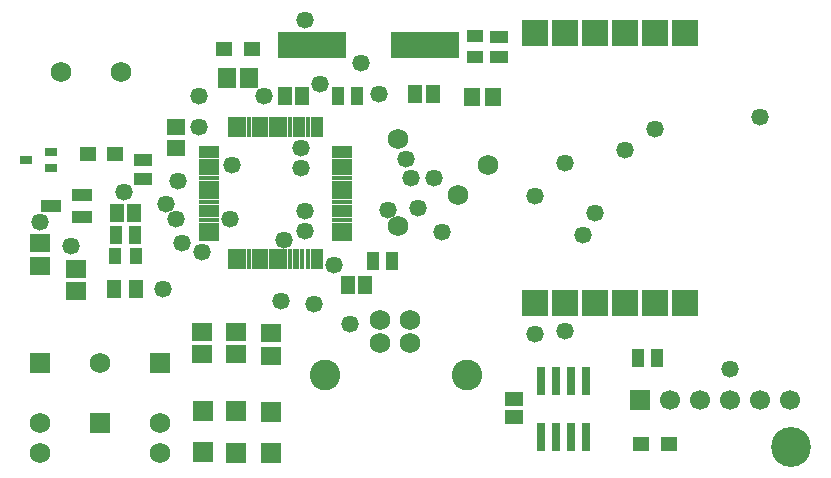
<source format=gts>
G04 Layer_Color=8388736*
%FSLAX42Y42*%
%MOMM*%
G71*
G01*
G75*
%ADD49R,2.24X2.24*%
%ADD50R,1.65X1.12*%
%ADD51R,5.80X2.30*%
%ADD52R,1.60X1.30*%
%ADD53R,1.35X1.20*%
%ADD54R,1.32X1.65*%
%ADD55R,1.70X1.00*%
%ADD56R,1.00X0.75*%
%ADD57R,0.76X2.39*%
%ADD58R,1.40X1.00*%
%ADD59R,1.12X1.65*%
%ADD60R,1.30X1.60*%
%ADD61R,1.70X1.70*%
%ADD62R,1.70X1.50*%
%ADD63R,1.50X1.70*%
%ADD64R,1.65X1.32*%
%ADD65R,1.00X1.40*%
%ADD66R,1.22X1.60*%
%ADD67R,0.48X1.68*%
%ADD68R,0.44X1.68*%
%ADD69R,0.46X1.68*%
%ADD70R,0.45X1.68*%
%ADD71R,1.68X0.48*%
%ADD72R,1.68X0.45*%
%ADD73R,1.68X0.46*%
%ADD74R,1.68X0.44*%
%ADD75R,1.68X0.43*%
%ADD76C,1.73*%
%ADD77C,3.38*%
%ADD78R,1.70X1.70*%
%ADD79C,1.70*%
%ADD80R,1.73X1.73*%
%ADD81C,2.60*%
%ADD82C,1.47*%
D49*
X8192Y6299D02*
D03*
X7938D02*
D03*
X7683D02*
D03*
X7429D02*
D03*
X7175D02*
D03*
X6921D02*
D03*
X8192Y4013D02*
D03*
X7938D02*
D03*
X7683D02*
D03*
X7429D02*
D03*
X7175D02*
D03*
X6921D02*
D03*
D50*
X6617Y6096D02*
D03*
Y6259D02*
D03*
X3607Y5225D02*
D03*
Y5062D02*
D03*
D51*
X5987Y6198D02*
D03*
X5037D02*
D03*
D52*
X6744Y3049D02*
D03*
Y3199D02*
D03*
D53*
X7823Y2819D02*
D03*
X8058D02*
D03*
X4289Y6160D02*
D03*
X4524D02*
D03*
X3134Y5271D02*
D03*
X3369D02*
D03*
D54*
X6386Y5753D02*
D03*
X6568D02*
D03*
D55*
X3086Y4737D02*
D03*
Y4927D02*
D03*
X2826Y4832D02*
D03*
D56*
X2825Y5155D02*
D03*
Y5285D02*
D03*
X2610Y5220D02*
D03*
D57*
X6972Y2875D02*
D03*
X7099D02*
D03*
X7226D02*
D03*
X7353D02*
D03*
Y3348D02*
D03*
X7226D02*
D03*
X7099D02*
D03*
X6972D02*
D03*
D58*
X6414Y6095D02*
D03*
Y6275D02*
D03*
D59*
X7793Y3543D02*
D03*
X7955D02*
D03*
X5715Y4369D02*
D03*
X5552D02*
D03*
X3373Y4585D02*
D03*
X3536D02*
D03*
X5253Y5766D02*
D03*
X5415D02*
D03*
D60*
X6057Y5778D02*
D03*
X5907D02*
D03*
X5486Y4166D02*
D03*
X5336D02*
D03*
X3529Y4775D02*
D03*
X3379D02*
D03*
X4953Y5766D02*
D03*
X4803D02*
D03*
D61*
X4686Y3086D02*
D03*
Y2736D02*
D03*
X4394Y3093D02*
D03*
Y2743D02*
D03*
X4115Y3096D02*
D03*
Y2746D02*
D03*
D62*
X4686Y3753D02*
D03*
Y3563D02*
D03*
X4394Y3765D02*
D03*
Y3575D02*
D03*
X4102Y3765D02*
D03*
Y3575D02*
D03*
X3035Y4299D02*
D03*
Y4109D02*
D03*
X2731Y4515D02*
D03*
Y4325D02*
D03*
D63*
X4312Y5918D02*
D03*
X4502D02*
D03*
D64*
X3886Y5502D02*
D03*
Y5319D02*
D03*
D65*
X3363Y4407D02*
D03*
X3543D02*
D03*
D66*
Y4128D02*
D03*
X3355D02*
D03*
D67*
X5100Y5502D02*
D03*
X5050D02*
D03*
X4950D02*
D03*
X4900D02*
D03*
X4801D02*
D03*
X4750D02*
D03*
X4699D02*
D03*
X4600D02*
D03*
X4549D02*
D03*
X4450D02*
D03*
X4399D02*
D03*
X4348D02*
D03*
Y4379D02*
D03*
X4399D02*
D03*
X4450D02*
D03*
X4549D02*
D03*
X4600D02*
D03*
X4699D02*
D03*
X4750D02*
D03*
X4801D02*
D03*
X4900D02*
D03*
X5050D02*
D03*
X5100D02*
D03*
D68*
X4999Y5502D02*
D03*
D69*
X4849D02*
D03*
X4498Y4379D02*
D03*
X4648D02*
D03*
X4849D02*
D03*
X4950D02*
D03*
X4999D02*
D03*
D70*
X4648Y5502D02*
D03*
X4498D02*
D03*
D71*
X4163Y5316D02*
D03*
Y5265D02*
D03*
Y5166D02*
D03*
Y5116D02*
D03*
Y5017D02*
D03*
Y4966D02*
D03*
Y4915D02*
D03*
Y4816D02*
D03*
Y4765D02*
D03*
Y4666D02*
D03*
Y4615D02*
D03*
Y4564D02*
D03*
X5286D02*
D03*
Y4615D02*
D03*
Y4666D02*
D03*
Y4765D02*
D03*
Y4816D02*
D03*
Y4915D02*
D03*
Y4966D02*
D03*
Y5017D02*
D03*
Y5116D02*
D03*
Y5166D02*
D03*
Y5265D02*
D03*
Y5316D02*
D03*
D72*
X4163Y5215D02*
D03*
Y5065D02*
D03*
D73*
Y4864D02*
D03*
Y4714D02*
D03*
D74*
X5286D02*
D03*
Y5065D02*
D03*
Y5215D02*
D03*
D75*
Y4864D02*
D03*
D76*
X3416Y5969D02*
D03*
X2908D02*
D03*
X6528Y5182D02*
D03*
X6274Y4928D02*
D03*
X5766Y5402D02*
D03*
Y4661D02*
D03*
X3747Y2743D02*
D03*
Y2997D02*
D03*
X3238Y3505D02*
D03*
X2731Y2997D02*
D03*
Y2743D02*
D03*
X5863Y3870D02*
D03*
X5613Y3870D02*
D03*
X5863Y3670D02*
D03*
X5613D02*
D03*
D77*
X9093Y2794D02*
D03*
D78*
X7811Y3188D02*
D03*
D79*
X8064D02*
D03*
X8318D02*
D03*
X8572D02*
D03*
X8826D02*
D03*
X9081D02*
D03*
D80*
X3238Y2997D02*
D03*
X3747Y3505D02*
D03*
X2731D02*
D03*
D81*
X6350Y3404D02*
D03*
X5144D02*
D03*
D82*
X5677Y4801D02*
D03*
X5220Y4331D02*
D03*
X4356Y5182D02*
D03*
X3899Y5042D02*
D03*
X4102Y4445D02*
D03*
X3937Y4521D02*
D03*
X3797Y4851D02*
D03*
X3442Y4953D02*
D03*
X2997Y4496D02*
D03*
X2731Y4699D02*
D03*
X4630Y5766D02*
D03*
X4978Y6408D02*
D03*
X4801Y4547D02*
D03*
X4343Y4724D02*
D03*
X7175Y3772D02*
D03*
X7429Y4775D02*
D03*
X5931Y4813D02*
D03*
X6921Y4915D02*
D03*
X4978Y4788D02*
D03*
X6921Y3747D02*
D03*
X6071Y5067D02*
D03*
X7175Y5194D02*
D03*
X5876Y5067D02*
D03*
X7683Y5309D02*
D03*
X5829Y5232D02*
D03*
X7938Y5486D02*
D03*
X8826Y5588D02*
D03*
X8572Y3454D02*
D03*
X5055Y4001D02*
D03*
X4978Y4623D02*
D03*
X7328Y4585D02*
D03*
X6134Y4610D02*
D03*
X4940Y5321D02*
D03*
Y5156D02*
D03*
X5601Y5778D02*
D03*
X5105Y5867D02*
D03*
X5448Y6045D02*
D03*
X5359Y3835D02*
D03*
X4775Y4026D02*
D03*
X3772Y4128D02*
D03*
X3886Y4724D02*
D03*
X4074Y5502D02*
D03*
Y5763D02*
D03*
M02*

</source>
